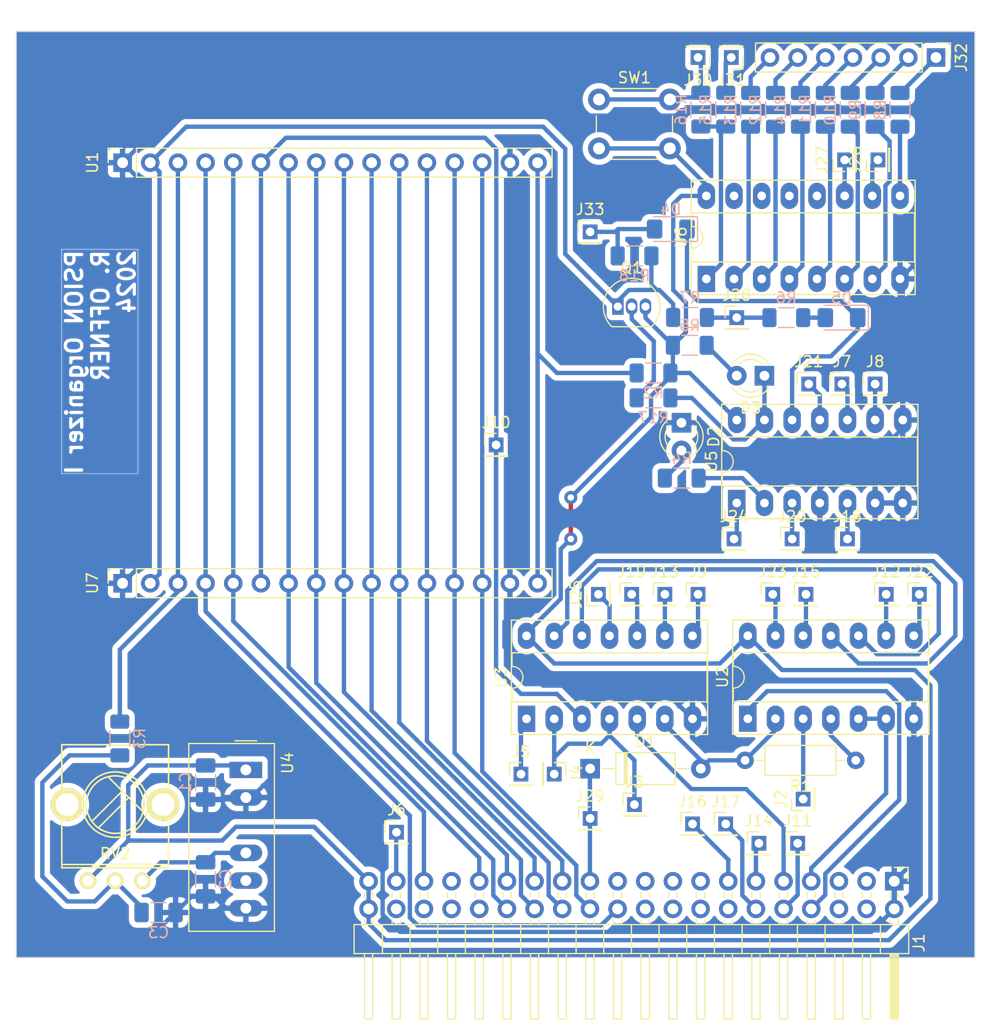
<source format=kicad_pcb>
(kicad_pcb (version 20221018) (generator pcbnew)
  (layers (0 "F.Cu" signal) (31 "B.Cu" signal) (34 "B.Paste" user) (35 "F.Paste" user) (36 "B.SilkS" user "B.Silkscreen") (37 "F.SilkS" user "F.Silkscreen") (38 "B.Mask" user) (39 "F.Mask" user) (44 "Edge.Cuts" user))
  (net 0 "")
  (net 1 "+5V")
  (net 2 "/PHI1_e")
  (net 3 "/PHI2_e")
  (net 4 "/~{IORD}")
  (net 5 "/R{slash}~{W}_e")
  (net 6 "/~{MRD}")
  (net 7 "/~{MWR}")
  (net 8 "/~{IOWR}")
  (net 9 "/D0")
  (net 10 "/D1")
  (net 11 "/D2")
  (net 12 "/D3")
  (net 13 "/D4")
  (net 14 "/D5")
  (net 15 "/D6")
  (net 16 "/D7")
  (net 17 "/~{RST}")
  (net 18 "/A0")
  (net 19 "/A1")
  (net 20 "/A2")
  (net 21 "/A3")
  (net 22 "/A4")
  (net 23 "/A5")
  (net 24 "/A6")
  (net 25 "/A7")
  (net 26 "/A8")
  (net 27 "/A9")
  (net 28 "/A10")
  (net 29 "/A11")
  (net 30 "/A12")
  (net 31 "/A13")
  (net 32 "/A14")
  (net 33 "/A15")
  (net 34 "/A16")
  (net 35 "/A17")
  (net 36 "/A18")
  (net 37 "/A19")
  (net 38 "GND")
  (net 39 "Net-(J2-Pin_1)")
  (net 40 "Net-(R1-Pad1)")
  (net 41 "Net-(J3-Pin_1)")
  (net 42 "Net-(D1-A)")
  (net 43 "/~{LCDE}")
  (net 44 "Net-(U4--Vout)")
  (net 46 "Net-(U1-K)")
  (net 47 "/LCD_Vo")
  (net 48 "Net-(U2-Pad10)")
  (net 49 "Net-(J15-Pin_1)")
  (net 50 "Net-(C3-Pad1)")
  (net 51 "Net-(D2-A)")
  (net 52 "Net-(U5A-~{Q})")
  (net 53 "Net-(J7-Pin_1)")
  (net 54 "Net-(J19-Pin_1)")
  (net 55 "Net-(U2-Pad11)")
  (net 56 "Net-(J13-Pin_1)")
  (net 57 "Net-(J18-Pin_1)")
  (net 58 "Net-(J20-Pin_1)")
  (net 59 "Net-(J21-Pin_1)")
  (net 60 "Net-(J8-Pin_1)")
  (net 61 "Net-(J9-Pin_1)")
  (net 62 "Net-(J22-Pin_1)")
  (net 63 "Net-(J12-Pin_1)")
  (net 64 "Net-(J23-Pin_1)")
  (net 65 "Net-(J24-Pin_1)")
  (net 66 "Net-(D3-K)")
  (net 67 "Net-(D3-A)")
  (net 68 "Net-(J25-Pin_1)")
  (net 69 "Net-(J26-Pin_1)")
  (net 70 "Net-(J27-Pin_1)")
  (net 75 "Net-(D4-K)")
  (net 76 "Net-(D5-A)")
  (net 77 "Net-(J28-Pin_1)")
  (net 78 "Net-(J5-Pin_1)")
  (net 79 "Net-(J30-Pin_1)")
  (net 80 "Net-(J31-Pin_1)")
  (net 81 "Net-(U6-Q0)")
  (net 82 "Net-(U6-Q1)")
  (net 83 "Net-(U6-Q2)")
  (net 84 "Net-(U6-Q3)")
  (net 85 "Net-(U6-Q4)")
  (net 86 "Net-(U6-Q5)")
  (net 87 "Net-(U6-Q6)")
  (net 88 "Net-(U6-Q11)")
  (net 89 "Net-(J32-Pin_1)")
  (net 90 "Net-(J32-Pin_2)")
  (net 91 "Net-(J32-Pin_3)")
  (net 92 "Net-(J32-Pin_4)")
  (net 93 "Net-(J32-Pin_5)")
  (net 94 "Net-(J32-Pin_6)")
  (net 95 "Net-(J32-Pin_7)")
  (net 96 "Net-(D4-A)")
  (net 97 "/VLDC")
  (net 98 "Net-(Q1-B)")
  (footprint "Connector_PinSocket_2.54mm:PinSocket_1x16_P2.54mm_Vertical" (layer "F.Cu") (at 79.756 72.644 90)
    (fp_text reference "U7")
    (fp_text value "NHD-0420H1Z")
  )
  (footprint "Connector_PinHeader_2.00mm:PinHeader_1x01_P2.00mm_Vertical" (layer "F.Cu") (at 132.588 73.66)
    (fp_text reference "J9")
    (fp_text value ".")
  )
  (footprint "Connector_PinHeader_2.00mm:PinHeader_1x01_P2.00mm_Vertical" (layer "F.Cu") (at 132.588 24.384 180)
    (fp_text reference "J30")
    (fp_text value "P57")
  )
  (footprint "Connector_PinHeader_2.00mm:PinHeader_1x01_P2.00mm_Vertical" (layer "F.Cu") (at 142.24 92.456 90)
    (fp_text reference "J2")
    (fp_text value "~{RAMCE}")
  )
  (footprint "Connector_PinHeader_2.00mm:PinHeader_1x01_P2.00mm_Vertical" (layer "F.Cu") (at 138.176 96.52)
    (fp_text reference "J14")
    (fp_text value ".")
  )
  (footprint "Connector_PinHeader_2.00mm:PinHeader_1x01_P2.00mm_Vertical" (layer "F.Cu") (at 149.86 73.66)
    (fp_text reference "J12")
    (fp_text value ".")
  )
  (footprint "Connector_PinHeader_2.00mm:PinHeader_1x01_P2.00mm_Vertical" (layer "F.Cu") (at 132.08 94.742)
    (fp_text reference "J16")
    (fp_text value ".")
  )
  (footprint "Connector_PinHeader_2.00mm:PinHeader_1x01_P2.00mm_Vertical" (layer "F.Cu") (at 136.144 48.26)
    (fp_text reference "J28")
    (fp_text value "~{RST}")
  )
  (footprint "Resistor_THT:R_Axial_DIN0207_L6.3mm_D2.5mm_P10.16mm_Horizontal" (layer "F.Cu") (at 147.066 88.9 180)
    (fp_text reference "R1")
    (fp_text value "1k5")
  )
  (footprint "Connector_PinHeader_2.00mm:PinHeader_1x01_P2.00mm_Vertical" (layer "F.Cu") (at 139.446 73.66)
    (fp_text reference "J23")
    (fp_text value ".")
  )
  (footprint "Connector_PinHeader_2.00mm:PinHeader_1x01_P2.00mm_Vertical" (layer "F.Cu") (at 135.636 24.384 180)
    (fp_text reference "J31")
    (fp_text value "READY")
  )
  (footprint "Connector_PinHeader_2.54mm:PinHeader_2x20_P2.54mm_Horizontal" (layer "F.Cu") (at 150.6 100 -90)
    (fp_text reference "J1")
    (fp_text value "BUS")
  )
  (footprint "Connector_PinHeader_2.00mm:PinHeader_1x01_P2.00mm_Vertical" (layer "F.Cu") (at 145.796 54.356)
    (fp_text reference "J7")
    (fp_text value "P57")
  )
  (footprint "Connector_PinHeader_2.00mm:PinHeader_1x01_P2.00mm_Vertical" (layer "F.Cu") (at 126.746 92.964)
    (fp_text reference "J3")
    (fp_text value ".")
  )
  (footprint "Package_DIP:DIP-14_W7.62mm_Socket_LongPads" (layer "F.Cu") (at 116.84 85.09 90)
    (fp_text reference "U3")
    (fp_text value "4081")
  )
  (footprint "Package_DIP:DIP-14_W7.62mm_Socket_LongPads" (layer "F.Cu") (at 137.155 85.08 90)
    (fp_text reference "U2")
    (fp_text value "4011")
  )
  (footprint "Connector_PinHeader_2.00mm:PinHeader_1x01_P2.00mm_Vertical" (layer "F.Cu") (at 123.444 73.66 90)
    (fp_text reference "J25")
    (fp_text value "KBD_CLK")
  )
  (footprint "Connector_PinHeader_2.00mm:PinHeader_1x01_P2.00mm_Vertical" (layer "F.Cu") (at 142.748 54.356)
    (fp_text reference "J21")
    (fp_text value ".")
  )
  (footprint "LED_THT:LED_D3.0mm" (layer "F.Cu") (at 131.064 57.912 -90)
    (fp_text reference "D2")
    (fp_text value "ALARM")
  )
  (footprint "Converter_DCDC:Converter_DCDC_TRACO_TMR-1-xxxx_Dual_THT" (layer "F.Cu") (at 91.07225 89.77575 -90)
    (fp_text reference "U4")
    (fp_text value "Recom RMSR-0505" hide)
  )
  (footprint "Connector_PinHeader_2.00mm:PinHeader_1x01_P2.00mm_Vertical" (layer "F.Cu") (at 135.89 68.58)
    (fp_text reference "J24")
    (fp_text value ".")
  )
  (footprint "Connector_PinHeader_2.00mm:PinHeader_1x01_P2.00mm_Vertical" (layer "F.Cu") (at 122.682 40.386)
    (fp_text reference "J33")
    (fp_text value "~{STBY}")
  )
  (footprint "Connector_PinHeader_2.00mm:PinHeader_1x01_P2.00mm_Vertical" (layer "F.Cu") (at 122.682 94.234)
    (fp_text reference "J29")
    (fp_text value "~{RST}")
  )
  (footprint "Connector_PinHeader_2.00mm:PinHeader_1x01_P2.00mm_Vertical" (layer "F.Cu") (at 104.902 95.504)
    (fp_text reference "J6")
    (fp_text value ".")
  )
  (footprint "Connector_PinHeader_2.00mm:PinHeader_1x01_P2.00mm_Vertical" (layer "F.Cu") (at 146.304 68.58)
    (fp_text reference "J18")
    (fp_text value ".")
  )
  (footprint "Connector_PinHeader_2.00mm:PinHeader_1x01_P2.00mm_Vertical" (layer "F.Cu") (at 129.54 73.66)
    (fp_text reference "J13")
    (fp_text value ".")
  )
  (footprint "Connector_PinHeader_2.00mm:PinHeader_1x01_P2.00mm_Vertical" (layer "F.Cu") (at 146.05 33.782 90)
    (fp_text reference "J27")
    (fp_text value ".")
  )
  (footprint "LED_THT:LED_D3.0mm" (layer "F.Cu") (at 138.684 53.594 180)
    (fp_text reference "D3")
    (fp_text value "~{ON}")
  )
  (footprint "Connector_PinHeader_2.00mm:PinHeader_1x01_P2.00mm_Vertical" (layer "F.Cu") (at 141.224 68.58)
    (fp_text reference "J20")
    (fp_text value ".")
  )
  (footprint "Package_DIP:DIP-14_W7.62mm_Socket_LongPads" (layer "F.Cu") (at 136.144 65.278 90)
    (fp_text reference "U5")
    (fp_text value "4013")
  )
  (footprint "my_own:ALPS_RK09" (layer "F.Cu") (at 79.076 92.964)
    (fp_text reference "RV2")
    (fp_text value "10k")
  )
  (footprint "Connector_PinHeader_2.00mm:PinHeader_1x01_P2.00mm_Vertical" (layer "F.Cu") (at 135.128 94.742)
    (fp_text reference "J17")
    (fp_text value ".")
  )
  (footprint "Connector_PinSocket_2.54mm:PinSocket_1x16_P2.54mm_Vertical" (layer "F.Cu") (at 79.756 34.036 90)
    (fp_text reference "U1")
    (fp_text value "NHD-0420H1Z")
  )
  (footprint "Package_DIP:DIP-16_W7.62mm_Socket_LongPads" (layer "F.Cu") (at 133.35 44.704 90)
    (fp_text reference "U6")
    (fp_text value "4040")
  )
  (footprint "Connector_PinHeader_2.00mm:PinHeader_1x01_P2.00mm_Vertical" (layer "F.Cu") (at 119.38 90.17 -90)
    (fp_text reference "J4")
    (fp_text value ".")
  )
  (footprint "Button_Switch_THT:SW_PUSH_6mm" (layer "F.Cu") (at 123.496 28.23)
    (fp_text reference "SW1")
    (fp_text value "ON")
  )
  (footprint "Connector_PinHeader_2.00mm:PinHeader_1x01_P2.00mm_Vertical" (layer "F.Cu") (at 149.098 33.782 90)
    (fp_text reference "J26")
    (fp_text value "KBD_CLK")
  )
  (footprint "Package_TO_SOT_THT:TO-92_Inline" (layer "F.Cu") (at 125.222 47.244)
    (fp_text reference "Q1")
    (fp_text value "BC327")
  )
  (footprint "Connector_PinHeader_2.00mm:PinHeader_1x01_P2.00mm_Vertical" (layer "F.Cu") (at 126.492 73.66)
    (fp_text reference "J19")
    (fp_text value ".")
  )
  (footprint "Diode_THT:D_A-405_P10.16mm_Horizontal" (layer "F.Cu") (at 122.682 89.662)
    (fp_text reference "D1")
    (fp_text value "1N4148")
  )
  (footprint "Connector_PinHeader_2.00mm:PinHeader_1x01_P2.00mm_Vertical" (layer "F.Cu") (at 116.332 90.17)
    (fp_text reference "J5")
    (fp_text value ".")
  )
  (footprint "Connector_PinHeader_2.00mm:PinHeader_1x01_P2.00mm_Vertical" (layer "F.Cu") (at 114.046 59.944)
    (fp_text reference "J10")
    (fp_text value ".")
  )
  (footprint "Connector_PinHeader_2.00mm:PinHeader_1x01_P2.00mm_Vertical" (layer "F.Cu") (at 152.908 73.66)
    (fp_text reference "J22")
    (fp_text value "LCD_E")
  )
  (footprint "Connector_PinHeader_2.00mm:PinHeader_1x01_P2.00mm_Vertical" (layer "F.Cu") (at 142.494 73.66)
    (fp_text reference "J15")
    (fp_text value "NMI")
  )
  (footprint "Connector_PinHeader_2.00mm:PinHeader_1x01_P2.00mm_Vertical" (layer "F.Cu") (at 141.732 96.52)
    (fp_text reference "J11")
    (fp_text value ".")
  )
  (footprint "Connector_PinHeader_2.54mm:PinHeader_1x07_P2.54mm_Vertical" (layer "F.Cu") (at 154.432 24.384 -90)
    (fp_text reference "J32")
    (fp_text value "Keyb")
  )
  (footprint "Connector_PinHeader_2.00mm:PinHeader_1x01_P2.00mm_Vertical" (layer "F.Cu") (at 148.844 54.356)
    (fp_text reference "J8")
    (fp_text value ".")
  )
  (footprint "Resistor_SMD:R_1206_3216Metric_Pad1.30x1.75mm_HandSolder" (layer "B.Cu") (at 128.498 55.626)
    (fp_text reference "R17")
    (fp_text value "47k")
  )
  (footprint "Capacitor_SMD:C_1206_3216Metric_Pad1.33x1.80mm_HandSolder" (layer "B.Cu") (at 87.376 90.932 -90)
    (fp_text reference "C1")
    (fp_text value "100n")
  )
  (footprint "Resistor_SMD:R_1206_3216Metric_Pad1.30x1.75mm_HandSolder" (layer "B.Cu") (at 151.13 29.184 -90)
    (fp_text reference "R8")
    (fp_text value "1k")
  )
  (footprint "Resistor_SMD:R_1206_3216Metric_Pad1.30x1.75mm_HandSolder" (layer "B.Cu") (at 135.128 29.167404 -90)
    (fp_text reference "R15")
    (fp_text value "47k")
  )
  (footprint "Resistor_SMD:R_1206_3216Metric_Pad1.30x1.75mm_HandSolder" (layer "B.Cu") (at 131.09 62.992 180)
    (fp_text reference "R4")
    (fp_text value "1k5")
  )
  (footprint "Resistor_SMD:R_1206_3216Metric_Pad1.30x1.75mm_HandSolder" (layer "B.Cu") (at 132.842 29.167404 -90)
    (fp_text reference "R16")
    (fp_text value "47k")
  )
  (footprint "Resistor_SMD:R_1206_3216Metric_Pad1.30x1.75mm_HandSolder" (layer "B.Cu") (at 140.69 48.26 180)
    (fp_text reference "R6")
    (fp_text value "1k")
  )
  (footprint "Resistor_SMD:R_1206_3216Metric_Pad1.30x1.75mm_HandSolder" (layer "B.Cu") (at 148.844 29.184 -90)
    (fp_text reference "R9")
    (fp_text value "1k")
  )
  (footprint "Resistor_SMD:R_1206_3216Metric_Pad1.30x1.75mm_HandSolder" (layer "B.Cu") (at 137.414 29.184 -90)
    (fp_text reference "R13")
    (fp_text value "1k")
  )
  (footprint "Resistor_SMD:R_1206_3216Metric_Pad1.30x1.75mm_HandSolder" (layer "B.Cu") (at 131.852 48.246 180)
    (fp_text reference "R7")
    (fp_text value "47k")
  )
  (footprint "Resistor_SMD:R_1206_3216Metric_Pad1.30x1.75mm_HandSolder" (layer "B.Cu") (at 131.826 50.8 180)
    (fp_text reference "R5")
    (fp_text value "1k5")
  )
  (footprint "Resistor_SMD:R_1206_3216Metric_Pad1.30x1.75mm_HandSolder" (layer "B.Cu") (at 146.558 29.184 -90)
    (fp_text reference "R10")
    (fp_text value "1k")
  )
  (footprint "Resistor_SMD:R_1206_3216Metric_Pad1.30x1.75mm_HandSolder" (layer "B.Cu") (at 79.502 86.894 90)
    (fp_text reference "R3")
    (fp_text value "1k5")
  )
  (footprint "Diode_SMD:D_1206_3216Metric_Pad1.42x1.75mm_HandSolder" (layer "B.Cu") (at 130.0845 40.132 180)
    (fp_text reference "D4")
    (fp_text value "1N4148")
  )
  (footprint "Diode_SMD:D_1206_3216Metric_Pad1.42x1.75mm_HandSolder" (layer "B.Cu") (at 145.7595 48.26 180)
    (fp_text reference "D5")
    (fp_text value "1N4148")
  )
  (footprint "Resistor_SMD:R_1206_3216Metric_Pad1.30x1.75mm_HandSolder" (layer "B.Cu") (at 139.7 29.184 -90)
    (fp_text reference "R12")
    (fp_text value "1k")
  )
  (footprint "Resistor_SMD:R_1206_3216Metric_Pad1.30x1.75mm_HandSolder" (layer "B.Cu") (at 144.272 29.184 -90)
    (fp_text reference "R11")
    (fp_text value "1k")
  )
  (footprint "Capacitor_SMD:C_1206_3216Metric_Pad1.33x1.80mm_HandSolder" (layer "B.Cu") (at 87.376 99.822 90)
    (fp_text reference "C2")
    (fp_text value "100n")
  )
  (footprint "Resistor_SMD:R_1206_3216Metric_Pad1.30x1.75mm_HandSolder" (layer "B.Cu") (at 128.498 53.34)
    (fp_text reference "R2")
    (fp_text value "1k5")
  )
  (footprint "Resistor_SMD:R_1206_3216Metric_Pad1.30x1.75mm_HandSolder" (layer "B.Cu") (at 141.986 29.184 -90)
    (fp_text reference "R14")
    (fp_text value "1k")
  )
  (footprint "Capacitor_SMD:C_1206_3216Metric_Pad1.33x1.80mm_HandSolder" (layer "B.Cu") (at 83.058 102.87)
    (fp_text reference "C3")
    (fp_text value "100n")
  )
  (footprint "Resistor_SMD:R_1206_3216Metric_Pad1.30x1.75mm_HandSolder" (layer "B.Cu") (at 126.755384 42.591859)
    (fp_text reference "R18")
    (fp_text value "47k")
  )
  (gr_rect (start 70 22) (end 158 107) (stroke (width 0.1)) (fill none) (layer "Edge.Cuts"))
  (gr_text "PSION Organizer I\nR. OFFNER\n2024" (at 81.026 41.91 90) (layer "B.Cu" knockout) (effects (font (size 1.5 1.5) (thickness 0.3) bold) (justify left bottom mirror)))
  (segment (start 120.904 68.58) (end 120.904 64.770002) (width 0.4) (layer "F.Cu") (net 1))
  (via (at 120.904 68.58) (size 1.2) (drill 0.6) (layers "F.Cu" "B.Cu") (net 1))
  (via (at 120.904 64.770002) (size 1.2) (drill 0.6) (layers "F.Cu" "B.Cu") (net 1))
  (segment (start 140.305 80.61) (end 137.155 77.46) (width 0.4) (layer "B.Cu") (net 1))
  (segment (start 123.496 32.73) (end 129.996 32.73) (width 0.4) (layer "B.Cu") (net 1))
  (segment (start 116.84 77.216) (end 116.84 77.47) (width 0.4) (layer "B.Cu") (net 1))
  (segment (start 130.276 50.8) (end 127.762 48.286) (width 0.4) (layer "B.Cu") (net 1))
  (segment (start 131.826 53.34) (end 130.048 53.34) (width 0.4) (layer "B.Cu") (net 1))
  (segment (start 97.336 94.996) (end 90.17 94.996) (width 0.4) (layer "B.Cu") (net 1))
  (segment (start 130.276 53.112) (end 130.048 53.34) (width 0.4) (layer "B.Cu") (net 1))
  (segment (start 129.996 32.73) (end 133.35 36.084) (width 0.4) (layer "B.Cu") (net 1))
  (segment (start 153.924 82.042) (end 152.492 80.61) (width 0.4) (layer "B.Cu") (net 1))
  (segment (start 116.84 77.47) (end 119.38 80.01) (width 0.4) (layer "B.Cu") (net 1))
  (segment (start 88.9 96.266) (end 90.17 94.996) (width 0.4) (layer "B.Cu") (net 1))
  (segment (start 119.98 69.504) (end 119.98 74.076) (width 0.4) (layer "B.Cu") (net 1))
  (segment (start 134.605 80.01) (end 137.155 77.46) (width 0.4) (layer "B.Cu") (net 1))
  (segment (start 102.34 103.864) (end 103.886 105.41) (width 0.4) (layer "B.Cu") (net 1))
  (segment (start 80.274 91.176) (end 80.274 96.266) (width 0.4) (layer "B.Cu") (net 1))
  (segment (start 102.34 102.54) (end 102.34 100) (width 0.4) (layer "B.Cu") (net 1))
  (segment (start 76.576 99.964) (end 80.274 96.266) (width 0.4) (layer "B.Cu") (net 1))
  (segment (start 131.48 49.596) (end 131.48 46.898) (width 0.4) (layer "B.Cu") (net 1))
  (segment (start 119.98 74.076) (end 116.84 77.216) (width 0.4) (layer "B.Cu") (net 1))
  (segment (start 152.492 80.61) (end 140.305 80.61) (width 0.4) (layer "B.Cu") (net 1))
  (segment (start 130.3095 45.7275) (end 130.3095 37.8385) (width 0.4) (layer "B.Cu") (net 1))
  (segment (start 102.34 100) (end 97.336 94.996) (width 0.4) (layer "B.Cu") (net 1))
  (segment (start 80.274 96.266) (end 88.9 96.266) (width 0.4) (layer "B.Cu") (net 1))
  (segment (start 133.35 36.084) (end 133.35 37.084) (width 0.4) (layer "B.Cu") (net 1))
  (segment (start 136.144 57.658) (end 136.144 57.404) (width 0.4) (layer "B.Cu") (net 1))
  (segment (start 131.48 46.898) (end 130.3095 45.7275) (width 0.4) (layer "B.Cu") (net 1))
  (segment (start 87.376 89.3695) (end 82.0805 89.3695) (width 0.4) (layer "B.Cu") (net 1))
  (segment (start 130.3095 37.8385) (end 131.064 37.084) (width 0.4) (layer "B.Cu") (net 1))
  (segment (start 128.27 55.452834) (end 128.27 57.404002) (width 0.4) (layer "B.Cu") (net 1))
  (segment (start 82.0805 89.3695) (end 80.274 91.176) (width 0.4) (layer "B.Cu") (net 1))
  (segment (start 120.904 68.58) (end 119.98 69.504) (width 0.4) (layer "B.Cu") (net 1))
  (segment (start 102.34 102.54) (end 102.34 103.864) (width 0.4) (layer "B.Cu") (net 1))
  (segment (start 127.762 48.286) (end 127.762 47.244) (width 0.4) (layer "B.Cu") (net 1))
  (segment (start 131.064 37.084) (end 133.35 37.084) (width 0.4) (layer "B.Cu") (net 1))
  (segment (start 130.048 53.34) (end 130.048 53.674834) (width 0.4) (layer "B.Cu") (net 1))
  (segment (start 87.376 89.3695) (end 90.666 89.3695) (width 0.4) (layer "B.Cu") (net 1))
  (segment (start 103.886 105.41) (end 150.114 105.41) (width 0.4) (layer "B.Cu") (net 1))
  (segment (start 150.114 105.41) (end 153.924 101.6) (width 0.4) (layer "B.Cu") (net 1))
  (segment (start 130.276 50.8) (end 130.276 53.112) (width 0.4) (layer "B.Cu") (net 1))
  (segment (start 90.666 89.3695) (end 91.07225 89.77575) (width 0.4) (layer "B.Cu") (net 1))
  (segment (start 136.144 57.658) (end 131.826 53.34) (width 0.4) (layer "B.Cu") (net 1))
  (segment (start 153.924 101.6) (end 153.924 82.042) (width 0.4) (layer "B.Cu") (net 1))
  (segment (start 130.048 53.674834) (end 128.27 55.452834) (width 0.4) (layer "B.Cu") (net 1))
  (segment (start 119.38 80.01) (end 134.605 80.01) (width 0.4) (layer "B.Cu") (net 1))
  (segment (start 130.276 50.8) (end 131.48 49.596) (width 0.4) (layer "B.Cu") (net 1))
  (segment (start 128.27 57.404002) (end 120.904 64.770002) (width 0.4) (layer "B.Cu") (net 1))
  (segment (start 104.88 100) (end 104.88 95.526) (width 0.4) (layer "B.Cu") (net 3))
  (segment (start 104.88 95.526) (end 104.902 95.504) (width 0.4) (layer "B.Cu") (net 3))
  (segment (start 107.42 93.623056) (end 89.916 76.119056) (width 0.4) (layer "B.Cu") (net 5))
  (segment (start 89.916 76.119056) (end 89.916 34.036) (width 0.4) (layer "B.Cu") (net 5))
  (segment (start 107.42 100) (end 107.42 93.623056) (width 0.4) (layer "B.Cu") (net 5))
  (segment (start 94.996 34.036) (end 94.996 80.350528) (width 0.4) (layer "B.Cu") (net 9))
  (segment (start 112.5 97.854528) (end 112.5 100) (width 0.4) (layer "B.Cu") (net 9))
  (segment (start 94.996 80.350528) (end 112.5 97.854528) (width 0.4) (layer "B.Cu") (net 9))
  (segment (start 97.536 81.788) (end 97.536 34.036) (width 0.4) (layer "B.Cu") (net 10))
  (segment (start 115.04 102.54) (end 113.79 101.29) (width 0.4) (layer "B.Cu") (net 10))
  (segment (start 113.79 101.29) (end 113.79 98.042) (width 0.4) (layer "B.Cu") (net 10))
  (segment (start 113.79 98.042) (end 97.536 81.788) (width 0.4) (layer "B.Cu") (net 10))
  (segment (start 100.076 34.036) (end 100.076 82.636528) (width 0.4) (layer "B.Cu") (net 11))
  (segment (start 100.076 82.636528) (end 115.04 97.600528) (width 0.4) (layer "B.Cu") (net 11))
  (segment (start 115.04 97.600528) (end 115.04 100) (width 0.4) (layer "B.Cu") (net 11))
  (segment (start 116.33 101.29) (end 116.33 98.042) (width 0.4) (layer "B.Cu") (net 12))
  (segment (start 116.33 98.042) (end 102.616 84.328) (width 0.4) (layer "B.Cu") (net 12))
  (segment (start 117.58 102.54) (end 116.33 101.29) (width 0.4) (layer "B.Cu") (net 12))
  (segment (start 102.616 84.328) (end 102.616 34.036) (width 0.4) (layer "B.Cu") (net 12))
  (segment (start 117.58 97.854528) (end 117.58 100) (width 0.4) (layer "B.Cu") (net 13))
  (segment (start 105.156 85.430528) (end 117.58 97.854528) (width 0.4) (layer "B.Cu") (net 13))
  (segment (start 105.156 34.036) (end 105.156 85.430528) (width 0.4) (layer "B.Cu") (net 13))
  (segment (start 118.87 98.296) (end 107.696 87.122) (width 0.4) (layer "B.Cu") (net 14))
  (segment (start 107.696 87.122) (end 107.696 34.036) (width 0.4) (layer "B.Cu") (net 14))
  (segment (start 120.12 102.54) (end 118.87 101.29) (width 0.4) (layer "B.Cu") (net 14))
  (segment (start 118.87 101.29) (end 118.87 98.296) (width 0.4) (layer "B.Cu") (net 14))
  (segment (start 120.12 98.108528) (end 120.12 100) (width 0.4) (layer "B.Cu") (net 15))
  (segment (start 110.236 88.224528) (end 120.12 98.108528) (width 0.4) (layer "B.Cu") (net 15))
  (segment (start 110.236 34.036) (end 110.236 88.224528) (width 0.4) (layer "B.Cu") (net 15))
  (segment (start 121.41 101.29) (end 122.66 102.54) (width 0.4) (layer "B.Cu") (net 16))
  (segment (start 112.776 89.916) (end 121.41 98.55) (width 0.4) (layer "B.Cu") (net 16))
  (segment (start 121.41 98.55) (end 121.41 101.29) (width 0.4) (layer "B.Cu") (net 16))
  (segment (start 112.776 34.036) (end 112.776 89.916) (width 0.4) (layer "B.Cu") (net 16))
  (segment (start 122.66 89.684) (end 122.682 89.662) (width 0.4) (layer "B.Cu") (net 17))
  (segment (start 122.66 100) (end 122.66 89.684) (width 0.4) (layer "B.Cu") (net 17))
  (segment (start 123.692 104.048) (end 106.842 104.048) (width 0.4) (layer "B.Cu") (net 18))
  (segment (start 125.2 102.54) (end 123.692 104.048) (width 0.4) (layer "B.Cu") (net 18))
  (segment (start 106.13 93.98) (end 87.376 75.226) (width 0.4) (layer "B.Cu") (net 18))
  (segment (start 106.842 104.048) (end 106.13 103.336) (width 0.4) (layer "B.Cu") (net 18))
  (segment (start 106.13 103.336) (end 106.13 93.98) (width 0.4) (layer "B.Cu") (net 18))
  (segment (start 87.376 75.226) (end 87.376 34.036) (width 0.4) (layer "B.Cu") (net 18))
  (segment (start 135.382 98.044) (end 135.36 98.066) (width 0.4) (layer "B.Cu") (net 27))
  (segment (start 135.36 98.066) (end 135.36 100) (width 0.4) (layer "B.Cu") (net 27))
  (segment (start 132.08 94.742) (end 135.382 98.044) (width 0.4) (layer "B.Cu") (net 27))
  (segment (start 136.65 101.29) (end 136.65 96.264) (width 0.4) (layer "B.Cu") (net 28))
  (segment (start 136.65 96.264) (end 135.128 94.742) (width 0.4) (layer "B.Cu") (net 28))
  (segment (start 137.9 102.54) (end 136.65 101.29) (width 0.4) (layer "B.Cu") (net 28))
  (segment (start 137.9 96.796) (end 138.176 96.52) (width 0.4) (layer "B.Cu") (net 29))
  (segment (start 137.9 100) (end 137.9 96.796) (width 0.4) (layer "B.Cu") (net 29))
  (segment (start 141.73 101.25) (end 140.44 102.54) (width 0.4) (layer "B.Cu") (net 30))
  (segment (start 141.732 96.52) (end 141.73 96.522) (width 0.4) (layer "B.Cu") (net 30))
  (segment (start 141.73 96.522) (end 141.73 101.25) (width 0.4) (layer "B.Cu") (net 30))
  (segment (start 140.44 94.974) (end 140.44 100) (width 0.4) (layer "B.Cu") (net 31))
  (segment (start 127 86.56) (end 131.98 91.54) (width 0.4) (layer "B.Cu") (net 31))
  (segment (start 127 85.09) (end 127 86.56) (width 0.4) (layer "B.Cu") (net 31))
  (segment (start 131.98 91.54) (end 137.006 91.54) (width 0.4) (layer "B.Cu") (net 31))
  (segment (start 137.006 91.54) (end 140.44 94.974) (width 0.4) (layer "B.Cu") (net 31))
  (segment (start 144.27 101.25) (end 144.27 99.316) (width 0.4) (layer "B.Cu") (net 32))
  (segment (start 151.055 83.745) (end 149.86 82.55) (width 0.4) (layer "B.Cu") (net 32))
  (segment (start 144.27 99.316) (end 151.055 92.531) (width 0.4) (layer "B.Cu") (net 32))
  (segment (start 137.155 84.333) (end 137.155 85.08) (width 0.4) (layer "B.Cu") (net 32))
  (segment (start 149.86 82.55) (end 138.938 82.55) (width 0.4) (layer "B.Cu") (net 32))
  (segment (start 138.938 82.55) (end 137.155 84.333) (width 0.4) (layer "B.Cu") (net 32))
  (segment (start 151.055 92.531) (end 151.055 83.745) (width 0.4) (layer "B.Cu") (net 32))
  (segment (start 142.98 102.54) (end 144.27 101.25) (width 0.4) (layer "B.Cu") (net 32))
  (segment (start 142.98 98.797919) (end 149.855 91.922919) (width 0.4) (layer "B.Cu") (net 33))
  (segment (start 149.855 91.922919) (end 149.855 85.08) (width 0.4) (layer "B.Cu") (net 33))
  (segment (start 142.98 100) (end 142.98 98.797919) (width 0.4) (layer "B.Cu") (net 33))
  (segment (start 149.855 85.08) (end 147.315 85.08) (width 0.4) (layer "B.Cu") (net 33))
  (segment (start 73.66 86.868) (end 71.374 89.154) (width 0.4) (layer "B.Cu") (net 38))
  (segment (start 105.220233 104.648) (end 148.492 104.648) (width 0.4) (layer "B.Cu") (net 38))
  (segment (start 87.376 101.3845) (end 87.45125 101.30925) (width 0.4) (layer "B.Cu") (net 38))
  (segment (start 152.908 42.926) (end 152.908 29.718) (width 0.4) (layer "B.Cu") (net 38))
  (segment (start 148.492 104.648) (end 150.6 102.54) (width 0.4) (layer "B.Cu") (net 38))
  (segment (start 119.38 73.66) (end 119.38 68.072) (width 0.4) (layer "B.Cu") (net 38))
  (segment (start 86.106 101.3845) (end 84.6205 102.87) (width 0.4) (layer "B.Cu") (net 38))
  (segment (start 87.376 92.4945) (end 90.8935 92.4945) (width 0.4) (layer "B.Cu") (net 38))
  (segment (start 143.764 64.008) (end 144.78 62.992) (width 0.4) (layer "B.Cu") (net 38))
  (segment (start 71.374 102.362) (end 73.914 104.902) (width 0.4) (layer "B.Cu") (net 38))
  (segment (start 146.558 62.992) (end 148.082 62.992) (width 0.4) (layer "B.Cu") (net 38))
  (segment (start 115.824 75.184) (end 117.856 75.184) (width 0.4) (layer "B.Cu") (net 38))
  (segment (start 131.064 29.21) (end 130.556 29.718) (width 0.4) (layer "B.Cu") (net 38))
  (segment (start 131.064 57.912) (end 132.842 57.912) (width 0.4) (layer "B.Cu") (net 38))
  (segment (start 152.395 98.205) (end 150.6 100) (width 0.4) (layer "B.Cu") (net 38))
  (segment (start 91.186 86.868) (end 73.66 86.868) (width 0.4) (layer "B.Cu") (net 38))
  (segment (start 84.6205 102.87) (end 84.582 102.87) (width 0.4) (layer "B.Cu") (net 38))
  (segment (start 151.384 44.958) (end 151.384 57.658) (width 0.4) (layer "B.Cu") (net 38))
  (segment (start 91.07225 102.47575) (end 89.26775 102.47575) (width 0.4) (layer "B.Cu") (net 38))
  (segment (start 132.842 57.912) (end 135.636 60.706) (width 0.4) (layer "B.Cu") (net 38))
  (segment (start 87.376 101.3845) (end 86.106 101.3845) (width 0.4) (layer "B.Cu") (net 38))
  (segment (start 71.374 89.154) (end 71.374 102.362) (width 0.4) (layer "B.Cu") (net 38))
  (segment (start 93.472 88.646) (end 91.694 86.868) (width 0.4) (layer "B.Cu") (net 38))
  (segment (start 84.582 102.87) (end 82.55 104.902) (width 0.4) (layer "B.Cu") (net 38))
  (segment (start 129.54 57.912) (end 131.064 57.912) (width 0.4) (layer "B.Cu") (net 38))
  (segment (start 148.844 63.754) (end 148.844 65.278) (width 0.4) (layer "B.Cu") (net 38))
  (segment (start 97.64975 92.31575) (end 103.63 98.296) (width 0.4) (layer "B.Cu") (net 38))
  (segment (start 148.082 62.992) (end 148.844 63.754) (width 0.4) (layer "B.Cu") (net 38))
  (segment (start 88.1765 101.3845) (end 87.376 101.3845) (width 0.4) (layer "B.Cu") (net 38))
  (segment (start 91.07225 92.31575) (end 97.64975 92.31575) (width 0.4) (layer "B.Cu") (net 38))
  (segment (start 137.414 81.534) (end 150.876 81.534) (width 0.4) (layer "B.Cu") (net 38))
  (segment (start 114.808 76.2) (end 115.824 75.184) (width 0.4) (layer "B.Cu") (net 38))
  (segment (start 152.395 85.08) (end 152.395 98.205) (width 0.4) (layer "B.Cu") (net 38))
  (segment (start 151.384 57.658) (end 151.384 65.278) (width 0.4) (layer "B.Cu") (net 38))
  (segment (start 115.316 72.644) (end 115.316 34.036) (width 0.4) (layer "B.Cu") (net 38))
  (segment (start 132.08 85.09) (end 133.858 85.09) (width 0.4) (layer "B.Cu") (net 38))
  (segment (start 146.558 61.214) (end 146.558 62.992) (width 0.4) (layer "B.Cu") (net 38))
  (segment (start 119.38 68.072) (end 129.54 57.912) (width 0.4) (layer "B.Cu") (net 38))
  (segment (start 118.364 82.042) (end 129.032 82.042) (width 0.4) (layer "B.Cu") (net 38))
  (segment (start 115.316 75.692) (end 115.316 72.644) (width 0.4) (layer "B.Cu") (net 38))
  (segment (start 117.856 75.184) (end 119.38 73.66) (width 0.4) (layer "B.Cu") (net 38))
  (segment (start 150.876 81.534) (end 152.395 83.053) (width 0.4) (layer "B.Cu") (net 38))
  (segment (start 91.694 86.868) (end 91.186 86.868) (width 0.4) (layer "B.Cu") (net 38))
  (segment (start 84.074 29.718) (end 79.756 34.036) (width 0.4) (layer "B.Cu") (net 38))
  (segment (start 133.858 85.09) (end 137.414 81.534) (width 0.4) (layer "B.Cu") (net 38))
  (segment (start 150.6 102.54) (end 150.6 100) (width 0.4) (layer "B.Cu") (net 38))
  (segment (start 73.914 104.902) (end 82.55 104.902) (width 0.4) (layer "B.Cu") (net 38))
  (segment (start 90.8935 92.4945) (end 91.07225 92.31575) (width 0.4) (layer "B.Cu") (net 38))
  (segment (start 152.908 29.718) (end 152.4 29.21) (width 0.4) (layer "B.Cu") (net 38))
  (segment (start 114.808 78.486) (end 118.364 82.042) (width 0.4) (layer "B.Cu") (net 38))
  (segment (start 151.384 57.658) (end 151.384 58.42) (width 0.4) (layer "B.Cu") (net 38))
  (segment (start 149.098 60.706) (end 147.066 60.706) (width 0.4) (layer "B.Cu") (net 38))
  (segment (start 114.808 76.2) (end 114.808 78.486) (width 0.4) (layer "B.Cu") (net 38))
  (segment (start 147.066 60.706) (end 135.636 60.706) (width 0.4) (layer "B.Cu") (net 38))
  (segment (start 129.032 82.042) (end 132.08 85.09) (width 0.4) (layer "B.Cu") (net 38))
  (segment (start 130.556 29.718) (end 84.074 29.718) (width 0.4) (layer "B.Cu") (net 38))
  (segment (start 114.808 76.2) (end 115.316 75.692) (width 0.4) (layer "B.Cu") (net 38))
  (segment (start 151.13 44.704) (end 151.384 44.958) (width 0.4) (layer "B.Cu") (net 38))
  (segment (start 143.764 65.278) (end 143.764 64.008) (width 0.4) (layer "B.Cu") (net 38))
  (segment (start 152.4 29.21) (end 131.064 29.21) (width 0.4) (layer "B.Cu") (net 38))
  (segment (start 91.58225 92.31575) (end 93.472 90.426) (width 0.4) (layer "B.Cu") (net 38))
  (segment (start 81.8 70.6) (end 81.8 36.08) (width 0.4) (layer "B.Cu") (net 38))
  (segment (start 151.13 44.704) (end 152.908 42.926) (width 0.4) (layer "B.Cu") (net 38))
  (segment (start 93.472 90.426) (end 93.472 88.646) (width 0.4) (layer "B.Cu") (net 38))
  (segment (start 147.066 60.706) (end 146.558 61.214) (width 0.4) (layer "B.Cu") (net 38))
  (segment (start 103.63 98.296) (end 103.63 103.057767) (width 0.4) (layer "B.Cu") (net 38))
  (segment (start 79.756 72.644) (end 81.8 70.6) (width 0.4) (layer "B.Cu") (net 38))
  (segment (start 152.395 83.053) (end 152.395 85.08) (width 0.4) (layer "B.Cu") (net 38))
  (segment (start 151.384 58.42) (end 149.098 60.706) (width 0.4) (layer "B.Cu") (net 38))
  (segment (start 81.8 36.08) (end 79.756 34.036) (width 0.4) (layer "B.Cu") (net 38))
  (segment (start 144.78 62.992) (end 146.558 62.992) (width 0.4) (layer "B.Cu") (net 38))
  (segment (start 89.26775 102.47575) (end 88.1765 101.3845) (width 0.4) (layer "B.Cu") (net 38))
  (segment (start 103.63 103.057767) (end 105.220233 104.648) (width 0.4) (layer "B.Cu") (net 38))
  (segment (start 91.07225 92.31575) (end 91.58225 92.31575) (width 0.4) (layer "B.Cu") (net 38))
  (segment (start 142.24 92.456) (end 142.24 85.085) (width 0.4) (layer "B.Cu") (net 39))
  (segment (start 142.24 85.085) (end 142.235 85.08) (width 0.4) (layer "B.Cu") (net 39))
  (segment (start 144.775 85.08) (end 144.775 86.609) (width 0.4) (layer "B.Cu") (net 40))
  (segment (start 144.775 86.609) (end 147.066 88.9) (width 0.4) (layer "B.Cu") (net 40))
  (segment (start 119.38 90.17) (end 119.38 85.09) (width 0.4) (layer "B.Cu") (net 41))
  (segment (start 119.38 90.17) (end 119.38 88.646) (width 0.4) (layer "B.Cu") (net 41))
  (segment (start 119.38 88.646) (end 120.65 87.376) (width 0.4) (layer "B.Cu") (net 41))
  (segment (start 120.65 87.376) (end 123.698 87.376) (width 0.4) (layer "B.Cu") (net 41))
  (segment (start 123.698 87.376) (end 124.46 86.614) (width 0.4) (layer "B.Cu") (net 41))
  (segment (start 126.746 88.9) (end 124.46 86.614) (width 0.4) (layer "B.Cu") (net 41))
  (segment (start 124.46 86.614) (end 124.46 85.09) (width 0.4) (layer "B.Cu") (net 41))
  (segment (start 126.746 92.964) (end 126.746 88.9) (width 0.4) (layer "B.Cu") (net 41))
  (segment (start 139.695 85.08) (end 139.695 86.111) (width 0.4) (layer "B.Cu") (net 42))
  (segment (start 139.695 86.111) (end 136.906 88.9) (width 0.4) (layer "B.Cu") (net 42))
  (segment (start 133.604 88.9) (end 132.842 89.662) (width 0.4) (layer "B.Cu") (net 42))
  (segment (start 132.842 89.662) (end 132.842 88.9) (width 0.4) (layer "B.Cu") (net 42))
  (segment (start 129.54 85.598) (end 129.54 85.09) (width 0.4) (layer "B.Cu") (net 42))
  (segment (start 132.842 88.9) (end 129.54 85.598) (width 0.4) (layer "B.Cu") (net 42))
  (segment (start 136.906 88.9) (end 133.604 88.9) (width 0.4) (layer "B.Cu") (net 42))
  (segment (start 114.046 70.866) (end 114.046 59.944) (width 0.4) (layer "B.Cu") (net 43))
  (segment (start 92.456 72.644) (end 92.456 34.036) (width 0.4) (layer "B.Cu") (net 43))
  (segment (start 121.92 85.09) (end 119.634 82.804) (width 0.4) (layer "B.Cu") (net 43))
  (segment (start 114.046 80.518) (end 114.046 59.944) (width 0.4) (layer "B.Cu") (net 43))
  (segment (start 114.046 59.944) (end 114.066 59.924) (width 0.4) (layer "B.Cu") (net 43))
  (segment (start 119.634 82.804) (end 116.332 82.804) (width 0.4) (layer "B.Cu") (net 43))
  (segment (start 94.742 31.75) (end 92.456 34.036) (width 0.4) (layer "B.Cu") (net 43))
  (segment (start 116.332 82.804) (end 114.046 80.518) (width 0.4) (layer "B.Cu") (net 43))
  (segment (start 114.066 59.924) (end 114.066 32.786) (width 0.4) (layer "B.Cu") (net 43))
  (segment (start 114.066 32.786) (end 113.03 31.75) (width 0.4) (layer "B.Cu") (net 43))
  (segment (start 113.03 31.75) (end 94.742 31.75) (width 0.4) (layer "B.Cu") (net 43))
  (segment (start 91.07225 97.39575) (end 88.23975 97.39575) (width 0.4) (layer "B.Cu") (net 44))
  (segment (start 83.2805 98.2595) (end 81.576 99.964) (width 0.4) (layer "B.Cu") (net 44))
  (segment (start 90.92475 97.24825) (end 91.07225 97.39575) (width 0.4) (layer "B.Cu") (net 44))
  (segment (start 87.376 98.2595) (end 83.2805 98.2595) (width 0.4) (layer "B.Cu") (net 44))
  (segment (start 88.23975 97.39575) (end 87.376 98.2595) (width 0.4) (layer "B.Cu") (net 44))
  (segment (start 117.856 34.036) (end 117.856 51.562) (width 0.4) (layer "B.Cu") (net 46))
  (segment (start 117.856 51.562) (end 117.856 72.644) (width 0.4) (layer "B.Cu") (net 46))
  (segment (start 119.634 53.34) (end 117.856 51.562) (width 0.4) (layer "B.Cu") (net 46))
  (segment (start 126.948 53.34) (end 119.634 53.34) (width 0.4) (layer "B.Cu") (net 46))
  (segment (start 84.836 73.406) (end 84.836 72.898) (width 0.4) (layer "B.Cu") (net 47))
  (segment (start 79.502 85.344) (end 79.502 78.74) (width 0.4) (layer "B.Cu") (net 47))
  (segment (start 79.502 78.74) (end 84.836 73.406) (width 0.4) (layer "B.Cu") (net 47))
  (segment (start 84.836 34.036) (end 84.836 72.898) (width 0.4) (layer "B.Cu") (net 47))
  (segment (start 154.686 77.266056) (end 154.686 72.644) (width 0.4) (layer "B.Cu") (net 48))
  (segment (start 123.444 71.374) (end 121.92 72.898) (width 0.4) (layer "B.Cu") (net 48))
  (segment (start 147.315 77.46) (end 149.011 79.156) (width 0.4) (layer "B.Cu") (net 48))
  (segment (start 121.92 72.898) (end 121.92 77.47) (width 0.4) (layer "B.Cu") (net 48))
  (segment (start 153.416 71.374) (end 123.444 71.374) (width 0.4) (layer "B.Cu") (net 48))
  (segment (start 154.686 72.644) (end 153.416 71.374) (width 0.4) (layer "B.Cu") (net 48))
  (segment (start 152.796056 79.156) (end 154.686 77.266056) (width 0.4) (layer "B.Cu") (net 48))
  (segment (start 149.011 79.156) (end 152.796056 79.156) (width 0.4) (layer "B.Cu") (net 48))
  (segment (start 142.494 73.66) (end 142.494 77.201) (width 0.4) (layer "B.Cu") (net 49))
  (segment (start 142.494 77.201) (end 142.235 77.46) (width 0.4) (layer "B.Cu") (net 49))
  (segment (start 81.4955 102.3835) (end 81.4955 102.87) (width 0.4) (layer "B.Cu") (net 50))
  (segment (start 74.878 88.444) (end 72.39 90.932) (width 0.4) (layer "B.Cu") (net 50))
  (segment (start 77.186 101.854) (end 74.676 101.854) (width 0.4) (layer "B.Cu") (net 50))
  (segment (start 74.676 101.854) (end 72.39 99.568) (width 0.4) (layer "B.Cu") (net 50))
  (segment (start 72.39 90.932) (end 72.39 99.568) (width 0.4) (layer "B.Cu") (net 50))
  (segment (start 79.076 99.964) (end 77.186 101.854) (width 0.4) (layer "B.Cu") (net 50))
  (segment (start 79.076 99.964) (end 81.4955 102.3835) (width 0.4) (layer "B.Cu") (net 50))
  (segment (start 79.502 88.444) (end 74.878 88.444) (width 0.4) (layer "B.Cu") (net 50))
  (segment (start 131.064 60.452) (end 131.064 61.468) (width 0.4) (layer "B.Cu") (net 51))
  (segment (start 131.064 61.468) (end 129.54 62.992) (width 0.4) (layer "B.Cu") (net 51))
  (segment (start 138.684 65.018) (end 138.684 65.278) (width 0.4) (layer "B.Cu") (net 52))
  (segment (start 136.658 62.992) (end 138.684 65.018) (width 0.4) (layer "B.Cu") (net 52))
  (segment (start 132.842 62.992) (end 136.658 62.992) (width 0.4) (layer "B.Cu") (net 52))
  (segment (start 146.304 54.864) (end 145.796 54.356) (width 0.4) (layer "B.Cu") (net 53))
  (segment (start 146.304 57.658) (end 146.304 54.864) (width 0.4) (layer "B.Cu") (net 53))
  (segment (start 127 77.47) (end 127 74.168) (width 0.4) (layer "B.Cu") (net 54))
  (segment (start 127 74.168) (end 126.492 73.66) (width 0.4) (layer "B.Cu") (net 54))
  (segment (start 147.325 80.01) (end 153.67 80.01) (width 0.4) (layer "B.Cu") (net 55))
  (segment (start 156.21 72.644) (end 154.178 70.612) (width 0.4) (layer "B.Cu") (net 55))
  (segment (start 153.67 80.01) (end 156.21 77.47) (width 0.4) (layer "B.Cu") (net 55))
  (segment (start 123.276528 70.612) (end 120.58 73.308528) (width 0.4) (layer "B.Cu") (net 55))
  (segment (start 156.21 77.47) (end 156.21 72.644) (width 0.4) (layer "B.Cu") (net 55))
  (segment (start 144.775 77.46) (end 147.325 80.01) (width 0.4) (layer "B.Cu") (net 55))
  (segment (start 154.178 70.612) (end 123.276528 70.612) (width 0.4) (layer "B.Cu") (net 55))
  (segment (start 120.58 76.27) (end 119.38 77.47) (width 0.4) (layer "B.Cu") (net 55))
  (segment (start 120.58 73.308528) (end 120.58 76.27) (width 0.4) (layer "B.Cu") (net 55))
  (segment (start 129.54 77.47) (end 129.54 73.66) (width 0.4) (layer "B.Cu") (net 56))
  (segment (start 146.304 65.278) (end 146.304 68.58) (width 0.4) (layer "B.Cu") (net 57))
  (segment (start 141.224 65.278) (end 141.224 68.58) (width 0.4) (layer "B.Cu") (net 58))
  (segment (start 143.764 55.372) (end 142.748 54.356) (width 0.4) (layer "B.Cu") (net 59))
  (segment (start 143.764 57.658) (end 143.764 55.372) (width 0.4) (layer "B.Cu") (net 59))
  (segment (start 148.844 57.658) (end 148.844 54.356) (width 0.4) (layer "B.Cu") (net 60))
  (segment (start 132.588 73.66) (end 132.588 76.962) (width 0.4) (layer "B.Cu") (net 61))
  (segment (start 132.588 76.962) (end 132.08 77.47) (width 0.4) (layer "B.Cu") (net 61))
  (segment (start 152.908 76.947) (end 152.395 77.46) (width 0.4) (layer "B.Cu") (net 62))
  (segment (start 152.908 73.66) (end 152.908 76.947) (width 0.4) (layer "B.Cu") (net 62))
  (segment (start 149.855 73.665) (end 149.86 73.66) (width 0.4) (layer "B.Cu") (net 63))
  (segment (start 149.855 77.46) (end 149.855 73.665) (width 0.4) (layer "B.Cu") (net 63))
  (segment (start 139.695 73.909) (end 139.446 73.66) (width 0.4) (layer "B.Cu") (net 64))
  (segment (start 139.7 77.455) (end 139.695 77.46) (width 0.4) (layer "B.Cu") (net 64))
  (segment (start 139.695 77.46) (end 139.695 73.909) (width 0.4) (layer "B.Cu") (net 64))
  (segment (start 136.144 68.326) (end 135.89 68.58) (width 0.4) (layer "B.Cu") (net 65))
  (segment (start 136.144 65.278) (end 136.144 68.326) (width 0.4) (layer "B.Cu") (net 65))
  (segment (start 135.824944 59.436) (end 136.906 59.436) (width 0.4) (layer "B.Cu") (net 66))
  (segment (start 136.906 59.436) (end 138.684 57.658) (width 0.4) (layer "B.Cu") (net 66))
  (segment (start 132.014944 55.626) (end 135.824944 59.436) (width 0.4) (layer "B.Cu") (net 66))
  (segment (start 130.048 55.626) (end 132.014944 55.626) (width 0.4) (layer "B.Cu") (net 66))
  (segment (start 138.684 53.594) (end 138.684 57.658) (width 0.4) (layer "B.Cu") (net 66))
  (segment (start 133.376 50.826) (end 136.144 53.594) (width 0.4) (layer "B.Cu") (net 67))
  (segment (start 133.376 50.8) (end 133.376 50.826) (width 0.4) (layer "B.Cu") (net 67))
  (segment (start 124.46 77.47) (end 124.46 74.676) (width 0.4) (layer "B.Cu") (net 68))
  (segment (start 124.46 74.676) (end 123.444 73.66) (width 0.4) (layer "B.Cu") (net 68))
  (segment (start 148.59 34.29) (end 149.098 33.782) (width 0.4) (layer "B.Cu") (net 69))
  (segment (start 148.59 37.084) (end 148.59 34.29) (width 0.4) (layer "B.Cu") (net 69))
  (segment (start 146.05 33.782) (end 146.05 37.084) (width 0.4) (layer "B.Cu") (net 70))
  (segment (start 141.224 57.658) (end 141.224 53.086) (width 0.4) (layer "B.Cu") (net 75))
  (segment (start 147.247 48.26) (end 145.723 46.736) (width 0.4) (layer "B.Cu") (net 75))
  (segment (start 131.572 45.726) (end 131.572 40.132) (width 0.4) (layer "B.Cu") (net 75))
  (segment (start 147.247 49.349) (end 144.78 51.816) (width 0.4) (layer "B.Cu") (net 75))
  (segment (start 147.247 48.26) (end 147.247 49.349) (width 0.4) (layer "B.Cu") (net 75))
  (segment (start 142.494 51.816) (end 144.78 51.816) (width 0.4) (layer "B.Cu") (net 75))
  (segment (start 145.723 46.736) (end 132.582 46.736) (width 0.4) (layer "B.Cu") (net 75))
  (segment (start 141.224 53.086) (end 142.494 51.816) (width 0.4) (layer "B.Cu") (net 75))
  (segment (start 132.582 46.736) (end 131.572 45.726) (width 0.4) (layer "B.Cu") (net 75))
  (segment (start 144.272 48.26) (end 142.24 48.26) (width 0.4) (layer "B.Cu") (net 76))
  (segment (start 138.938 48.26) (end 136.144 48.26) (width 0.4) (layer "B.Cu") (net 77))
  (segment (start 136.144 48.26) (end 133.364 48.26) (width 0.4) (layer "B.Cu") (net 77))
  (segment (start 133.364 48.26) (end 133.35 48.246) (width 0.4) (layer "B.Cu") (net 77))
  (segment (start 116.332 90.17) (end 116.332 85.598) (width 0.4) (layer "B.Cu") (net 78))
  (segment (start 116.332 85.598) (end 116.84 85.09) (width 0.4) (layer "B.Cu") (net 78))
  (segment (start 132.415404 28.044) (end 132.842 27.617404) (width 0.4) (layer "B.Cu") (net 79))
  (segment (start 129.286 28.044) (end 132.415404 28.044) (width 0.4) (layer "B.Cu") (net 79))
  (segment (start 132.842 27.617404) (end 132.842 24.638) (width 0.4) (layer "B.Cu") (net 79))
  (segment (start 129.996 28.23) (end 123.496 28.23) (width 0.4) (layer "B.Cu") (net 79))
  (segment (start 132.842 24.638) (end 132.588 24.384) (width 0.4) (layer "B.Cu") (net 79))
  (segment (start 135.128 24.892) (end 135.636 24.384) (width 0.4) (layer "B.Cu") (net 80))
  (segment (start 135.128 27.617404) (end 135.128 24.892) (width 0.4) (layer "B.Cu") (net 80))
  (segment (start 151.13 30.734) (end 151.13 37.084) (width 0.4) (layer "B.Cu") (net 81))
  (segment (start 150.173 35.755) (end 149.79 36.138) (width 0.4) (layer "B.Cu") (net 82))
  (segment (start 150.173 32.063) (end 150.173 35.755) (width 0.4) (layer "B.Cu") (net 82))
  (segment (start 149.79 36.138) (end 149.79 43.504) (width 0.4) (layer "B.Cu") (net 82))
  (segment (start 149.79 43.504) (end 148.59 44.704) (width 0.4) (layer "B.Cu") (net 82))
  (segment (start 148.844 30.734) (end 150.173 32.063) (width 0.4) (layer "B.Cu") (net 82))
  (segment (start 146.558 30.734) (end 147.25 31.426) (width 0.4) (layer "B.Cu") (net 83))
  (segment (start 147.25 43.504) (end 146.05 44.704) (width 0.4) (layer "B.Cu") (net 83))
  (segment (start 147.25 31.426) (end 147.25 43.504) (width 0.4) (layer "B.Cu") (net 83))
  (segment (start 144.272 30.734) (end 144.71 31.172) (width 0.4) (layer "B.Cu") (net 84))
  (segment (start 144.71 31.172) (end 144.71 43.504) (width 0.4) (layer "B.Cu") (net 84))
  (segment (start 144.71 43.504) (end 143.51 44.704) (width 0.4) (layer "B.Cu") (net 84))
  (segment (start 139.7 43.434) (end 138.43 44.704) (width 0.4) (layer "B.Cu") (net 85))
  (segment (start 139.7 30.734) (end 139.7 43.434) (width 0.4) (layer "B.Cu") (net 85))
  (segment (start 137.414 30.734) (end 137.23 30.918) (width 0.4) (layer "B.Cu") (net 86))
  (segment (start 137.23 30.918) (end 137.23 43.364) (width 0.4) (layer "B.Cu") (net 86))
  (segment (start 137.23 43.364) (end 135.89 44.704) (width 0.4) (layer "B.Cu") (net 86))
  (segment (start 142.17 43.504) (end 140.97 44.704) (width 0.4) (layer "B.Cu") (net 87))
  (segment (start 141.986 30.734) (end 142.17 30.918) (width 0.4) (layer "B.Cu") (net 87))
  (segment (start 142.17 30.918) (end 142.17 43.504) (width 0.4) (layer "B.Cu") (net 87))
  (segment (start 135.128 30.717404) (end 132.842 30.717404) (width 0.4) (layer "B.Cu") (net 88))
  (segment (start 134.69 43.364) (end 133.35 44.704) (width 0.4) (layer "B.Cu") (net 88))
  (segment (start 135.128 30.717404) (end 134.69 31.155404) (width 0.4) (layer "B.Cu") (net 88))
  (segment (start 134.69 31.155404) (end 134.69 43.364) (width 0.4) (layer "B.Cu") (net 88))
  (segment (start 151.13 27.634) (end 151.182 27.634) (width 0.4) (layer "B.Cu") (net 89))
  (segment (start 151.182 27.634) (end 154.432 24.384) (width 0.4) (layer "B.Cu") (net 89))
  (segment (start 148.844 27.634) (end 148.844 27.432) (width 0.4) (layer "B.Cu") (net 90))
  (segment (start 148.844 27.432) (end 151.892 24.384) (width 0.4) (layer "B.Cu") (net 90))
  (segment (start 146.558 27.178) (end 149.352 24.384) (width 0.4) (layer "B.Cu") (net 91))
  (segment (start 146.558 27.634) (end 146.558 27.178) (width 0.4) (layer "B.Cu") (net 91))
  (segment (start 144.272 26.924) (end 146.812 24.384) (width 0.4) (layer "B.Cu") (net 92))
  (segment (start 144.272 27.634) (end 144.272 26.924) (width 0.4) (layer "B.Cu") (net 92))
  (segment (start 141.986 27.634) (end 141.986 26.67) (width 0.4) (layer "B.Cu") (net 93))
  (segment (start 141.986 26.67) (end 144.272 24.384) (width 0.4) (layer "B.Cu") (net 93))
  (segment (start 139.7 26.416) (end 141.732 24.384) (width 0.4) (layer "B.Cu") (net 94))
  (segment (start 139.7 27.634) (end 139.7 26.416) (width 0.4) (layer "B.Cu") (net 94))
  (segment (start 137.414 26.162) (end 139.192 24.384) (width 0.4) (layer "B.Cu") (net 95))
  (segment (start 137.414 27.634) (end 137.414 26.162) (width 0.4) (layer "B.Cu") (net 95))
  (segment (start 125.205384 42.591859) (end 125.205384 40.185116) (width 0.4) (layer "B.Cu") (net 96))
  (segment (start 125.205384 40.185116) (end 125.2585 40.132) (width 0.4) (layer "B.Cu") (net 96))
  (segment (start 128.597 40.132) (end 125.2585 40.132) (width 0.4) (layer "B.Cu") (net 96))
  (segment (start 125.0045 40.386) (end 125.2585 40.132) (width 0.4) (layer "B.Cu") (net 96))
  (segment (start 122.682 40.386) (end 125.0045 40.386) (width 0.4) (layer "B.Cu") (net 96))
  (segment (start 128.305384 45.247384) (end 128.778 45.72) (width 0.4) (layer "B.Cu") (net 97))
  (segment (start 128.305384 42.591859) (end 128.305384 45.247384) (width 0.4) (layer "B.Cu") (net 97))
  (segment (start 83.146 34.886) (end 83.146 71.794) (width 0.4) (layer "B.Cu") (net 97))
  (segment (start 127.254 45.72) (end 128.778 45.72) (width 0.4) (layer "B.Cu") (net 97))
  (segment (start 125.222 47.244) (end 125.222 46.736) (width 0.4) (layer "B.Cu") (net 97))
  (segment (start 129.032 45.72) (end 130.302 46.99) (width 0.4) (layer "B.Cu") (net 97))
  (segment (start 130.302 46.99) (end 130.302 48.246) (width 0.4) (layer "B.Cu") (net 97))
  (segment (start 82.296 34.036) (end 83.146 34.886) (width 0.4) (layer "B.Cu") (net 97))
  (segment (start 83.146 71.794) (end 82.296 72.644) (width 0.4) (layer "B.Cu") (net 97))
  (segment (start 85.598 30.734) (end 118.364 30.734) (width 0.4) (layer "B.Cu") (net 97))
  (segment (start 125.222 46.736) (end 126.238 45.72) (width 0.4) (layer "B.Cu") (net 97))
  (segment (start 128.778 45.72) (end 129.032 45.72) (width 0.4) (layer "B.Cu") (net 97))
  (segment (start 120.396 32.766) (end 120.396 42.418) (width 0.4) (layer "B.Cu") (net 97))
  (segment (start 118.364 30.734) (end 120.396 32.766) (width 0.4) (layer "B.Cu") (net 97))
  (segment (start 120.396 42.418) (end 125.222 47.244) (width 0.4) (layer "B.Cu") (net 97))
  (segment (start 82.296 34.036) (end 85.598 30.734) (width 0.4) (layer "B.Cu") (net 97))
  (segment (start 126.238 45.72) (end 127.254 45.72) (width 0.4) (layer "B.Cu") (net 97))
  (segment (start 126.948 55.626) (end 128.524 54.05) (width 0.4) (layer "B.Cu") (net 98))
  (segment (start 128.524 54.05) (end 128.524 50.426) (width 0.4) (layer "B.Cu") (net 98))
  (segment (start 126.492 48.394) (end 126.492 47.244) (width 0.4) (layer "B.Cu") (net 98))
  (segment (start 128.524 50.426) (end 126.492 48.394) (width 0.4) (layer "B.Cu") (net 98))
  (zone (net 38) (net_name "GND") (layer "B.Cu") (connect_pads (clearance 0.5)) (min_thickness 0.25) (fill yes (thermal_gap 0.5) (thermal_bridge_width 0.5))
    (polygon (pts (xy 159.35 20.9) (xy 159.5 107.6) (xy 68.5 107.45) (xy 68.85 21.25)))
  )
)
</source>
